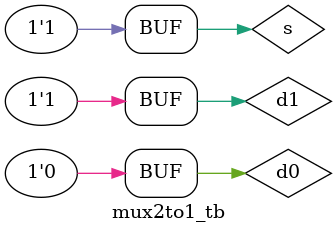
<source format=v>
module mux2to1 (
    d0, d1, s, y
);

input d0, d1, s;
output y;
wire sbar, w1, w2;

not g1(sbar, s);
and g2(w1, d0, sbar);
and g3(w2, d1, s);
or g4(y, w1, w2);
    
endmodule

module mux2to1_tb;
reg d0, d1, s;
wire y;

mux2to1 i(d0, d1, s, y);

initial 
begin
    s=1'b0; d0=1'b0; d1=1'b0;
    $monitor("Time: %f, s:%b, d0:%b, d1:%b, y:%b", $time, s, d0, d1, y);
    #5 s=1'b0; d0=1'b1; d1=1'b0;
    #5 s=1'b0; d0=1'b0; d1=1'b1;
    #5 s=1'b1; d0=1'b1; d1=1'b0;
    #5 s=1'b1; d0=1'b0; d1=1'b1;
end
endmodule

</source>
